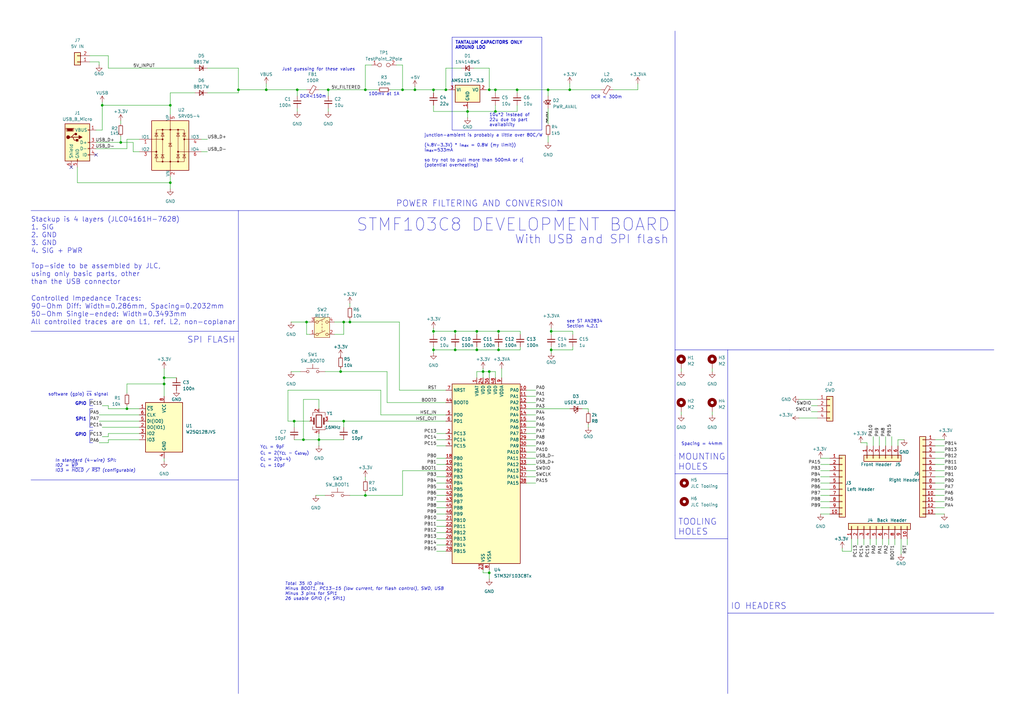
<source format=kicad_sch>
(kicad_sch (version 20231120) (generator "eeschema") (generator_version "8.0")
  (paper "A3")
  (title_block (title "STM32F103C8T6 Development Board with SPI Flash") (date "2024-02-23") (rev "1") (comment 1 "1.6mm FR4 BOARD WITH FOUR LAYERS (SIG-GND-GND-SIG/PWR) JLC04161H-7628") (comment 2 "ALL CAPACITORS MLCC AND 16V+ UNLESS OTHERWISE SPEC."))
  (lib_symbols
    (symbol "Connector:TestPoint_2Pole" (pin_names (offset 0.762) hide)
      (property "Reference" "TP" (at 0 1.524 0))
      (property "Value" "TestPoint_2Pole" (at 0 -1.778 0))
      (symbol "TestPoint_2Pole_0_1"
        (pin passive line (at -5.08 0 0) (length 2.54) (name "1") (number "1"))
        (pin passive line (at 5.08 0 180) (length 2.54) (name "2") (number "2"))
      )
    )
    (symbol "Connector:USB_B_Micro" (pin_names (offset 1.016))
      (property "Reference" "J" (at -5.08 11.43 0))
      (property "Value" "USB_B_Micro" (at -5.08 8.89 0))
      (symbol "USB_B_Micro_1_1"
        (pin power_out line (at 7.62 5.08 180) (length 2.54) (name "VBUS") (number "1"))
        (pin bidirectional line (at 7.62 -2.54 180) (length 2.54) (name "D-") (number "2"))
        (pin bidirectional line (at 7.62 0 180) (length 2.54) (name "D+") (number "3"))
        (pin passive line (at 7.62 -5.08 180) (length 2.54) (name "ID") (number "4"))
        (pin power_out line (at 0 -10.16 90) (length 2.54) (name "GND") (number "5"))
        (pin passive line (at -2.54 -10.16 90) (length 2.54) (name "Shield") (number "6"))
      )
    )
    (symbol "Connector_Generic:Conn_01x02" (pin_names (offset 1.016) hide)
      (property "Reference" "J" (at 0 2.54 0))
      (property "Value" "Conn_01x02" (at 0 -5.08 0))
      (symbol "Conn_01x02_1_1"
        (pin passive line (at -5.08 0 0) (length 3.81) (name "Pin_1") (number "1"))
        (pin passive line (at -5.08 -2.54 0) (length 3.81) (name "Pin_2") (number "2"))
      )
    )
    (symbol "Connector_Generic:Conn_01x04" (pin_names (offset 1.016) hide)
      (property "Reference" "J" (at 0 5.08 0))
      (property "Value" "Conn_01x04" (at 0 -7.62 0))
      (symbol "Conn_01x04_1_1"
        (pin passive line (at -5.08 2.54 0) (length 3.81) (name "Pin_1") (number "1"))
        (pin passive line (at -5.08 0 0) (length 3.81) (name "Pin_2") (number "2"))
        (pin passive line (at -5.08 -2.54 0) (length 3.81) (name "Pin_3") (number "3"))
        (pin passive line (at -5.08 -5.08 0) (length 3.81) (name "Pin_4") (number "4"))
      )
    )
    (symbol "Connector_Generic:Conn_01x06" (pin_names (offset 1.016) hide)
      (property "Reference" "J" (at 0 7.62 0))
      (property "Value" "Conn_01x06" (at 0 -10.16 0))
      (symbol "Conn_01x06_1_1"
        (pin passive line (at -5.08 5.08 0) (length 3.81) (name "Pin_1") (number "1"))
        (pin passive line (at -5.08 2.54 0) (length 3.81) (name "Pin_2") (number "2"))
        (pin passive line (at -5.08 0 0) (length 3.81) (name "Pin_3") (number "3"))
        (pin passive line (at -5.08 -2.54 0) (length 3.81) (name "Pin_4") (number "4"))
        (pin passive line (at -5.08 -5.08 0) (length 3.81) (name "Pin_5") (number "5"))
        (pin passive line (at -5.08 -7.62 0) (length 3.81) (name "Pin_6") (number "6"))
      )
    )
    (symbol "Connector_Generic:Conn_01x10" (pin_names (offset 1.016) hide)
      (property "Reference" "J" (at 0 12.7 0))
      (property "Value" "Conn_01x10" (at 0 -15.24 0))
      (symbol "Conn_01x10_1_1"
        (pin passive line (at -5.08 10.16 0) (length 3.81) (name "Pin_1") (number "1"))
        (pin passive line (at -5.08 -12.7 0) (length 3.81) (name "Pin_10") (number "10"))
        (pin passive line (at -5.08 7.62 0) (length 3.81) (name "Pin_2") (number "2"))
        (pin passive line (at -5.08 5.08 0) (length 3.81) (name "Pin_3") (number "3"))
        (pin passive line (at -5.08 2.54 0) (length 3.81) (name "Pin_4") (number "4"))
        (pin passive line (at -5.08 0 0) (length 3.81) (name "Pin_5") (number "5"))
        (pin passive line (at -5.08 -2.54 0) (length 3.81) (name "Pin_6") (number "6"))
        (pin passive line (at -5.08 -5.08 0) (length 3.81) (name "Pin_7") (number "7"))
        (pin passive line (at -5.08 -7.62 0) (length 3.81) (name "Pin_8") (number "8"))
        (pin passive line (at -5.08 -10.16 0) (length 3.81) (name "Pin_9") (number "9"))
      )
    )
    (symbol "Connector_Generic:Conn_01x13" (pin_names (offset 1.016) hide)
      (property "Reference" "J" (at 0 17.78 0))
      (property "Value" "Conn_01x13" (at 0 -17.78 0))
      (symbol "Conn_01x13_1_1"
        (pin passive line (at -5.08 15.24 0) (length 3.81) (name "Pin_1") (number "1"))
        (pin passive line (at -5.08 -7.62 0) (length 3.81) (name "Pin_10") (number "10"))
        (pin passive line (at -5.08 -10.16 0) (length 3.81) (name "Pin_11") (number "11"))
        (pin passive line (at -5.08 -12.7 0) (length 3.81) (name "Pin_12") (number "12"))
        (pin passive line (at -5.08 -15.24 0) (length 3.81) (name "Pin_13") (number "13"))
        (pin passive line (at -5.08 12.7 0) (length 3.81) (name "Pin_2") (number "2"))
        (pin passive line (at -5.08 10.16 0) (length 3.81) (name "Pin_3") (number "3"))
        (pin passive line (at -5.08 7.62 0) (length 3.81) (name "Pin_4") (number "4"))
        (pin passive line (at -5.08 5.08 0) (length 3.81) (name "Pin_5") (number "5"))
        (pin passive line (at -5.08 2.54 0) (length 3.81) (name "Pin_6") (number "6"))
        (pin passive line (at -5.08 0 0) (length 3.81) (name "Pin_7") (number "7"))
        (pin passive line (at -5.08 -2.54 0) (length 3.81) (name "Pin_8") (number "8"))
        (pin passive line (at -5.08 -5.08 0) (length 3.81) (name "Pin_9") (number "9"))
      )
    )
    (symbol "Device:C_Small" (pin_numbers hide) (pin_names (offset 0.254) hide)
      (property "Reference" "C" (at 0.254 1.778 0))
      (property "Value" "C_Small" (at 0.254 -2.032 0))
      (symbol "C_Small_1_1"
        (pin passive line (at 0 2.54 270) (length 2.032) (name "~") (number "1"))
        (pin passive line (at 0 -2.54 90) (length 2.032) (name "~") (number "2"))
      )
    )
    (symbol "Device:Crystal_GND24" (pin_names (offset 1.016) hide)
      (property "Reference" "Y" (at 3.175 5.08 0))
      (property "Value" "Crystal_GND24" (at 3.175 3.175 0))
      (symbol "Crystal_GND24_1_1"
        (pin passive line (at -3.81 0 0) (length 1.27) (name "1") (number "1"))
        (pin passive line (at 0 5.08 270) (length 1.27) (name "2") (number "2"))
        (pin passive line (at 3.81 0 180) (length 1.27) (name "3") (number "3"))
        (pin passive line (at 0 -5.08 90) (length 1.27) (name "4") (number "4"))
      )
    )
    (symbol "Device:D_Small" (pin_numbers hide) (pin_names (offset 0.254) hide)
      (property "Reference" "D" (at -1.27 2.032 0))
      (property "Value" "D_Small" (at -3.81 -2.032 0))
      (symbol "D_Small_1_1"
        (pin passive line (at -2.54 0 0) (length 1.778) (name "K") (number "1"))
        (pin passive line (at 2.54 0 180) (length 1.778) (name "A") (number "2"))
      )
    )
    (symbol "Device:FerriteBead_Small" (pin_numbers hide) (pin_names (offset 0))
      (property "Reference" "FB" (at 1.905 1.27 0))
      (property "Value" "FerriteBead_Small" (at 1.905 -1.27 0))
      (symbol "FerriteBead_Small_1_1"
        (pin passive line (at 0 2.54 270) (length 1.27) (name "~") (number "1"))
        (pin passive line (at 0 -2.54 90) (length 1.27) (name "~") (number "2"))
      )
    )
    (symbol "Device:LED_Small" (pin_numbers hide) (pin_names (offset 0.254) hide)
      (property "Reference" "D" (at -1.27 3.175 0))
      (property "Value" "LED_Small" (at -4.445 -2.54 0))
      (symbol "LED_Small_1_1"
        (pin passive line (at -2.54 0 0) (length 1.778) (name "K") (number "1"))
        (pin passive line (at 2.54 0 180) (length 1.778) (name "A") (number "2"))
      )
    )
    (symbol "Device:R_Small" (pin_numbers hide) (pin_names (offset 0.254) hide)
      (property "Reference" "R" (at 0.762 0.508 0))
      (property "Value" "R_Small" (at 0.762 -1.016 0))
      (symbol "R_Small_1_1"
        (pin passive line (at 0 2.54 270) (length 0.762) (name "~") (number "1"))
        (pin passive line (at 0 -2.54 90) (length 0.762) (name "~") (number "2"))
      )
    )
    (symbol "MCU_ST_STM32F1:STM32F103C8Tx"
      (property "Reference" "U" (at -12.7 39.37 0))
      (property "Value" "STM32F103C8Tx" (at 10.16 39.37 0))
      (symbol "STM32F103C8Tx_1_1"
        (pin power_in line (at -2.54 40.64 270) (length 2.54) (name "VBAT") (number "1"))
        (pin bidirectional line (at 17.78 35.56 180) (length 2.54) (name "PA0") (number "10"))
        (pin bidirectional line (at 17.78 33.02 180) (length 2.54) (name "PA1") (number "11"))
        (pin bidirectional line (at 17.78 30.48 180) (length 2.54) (name "PA2") (number "12"))
        (pin bidirectional line (at 17.78 27.94 180) (length 2.54) (name "PA3") (number "13"))
        (pin bidirectional line (at 17.78 25.4 180) (length 2.54) (name "PA4") (number "14"))
        (pin bidirectional line (at 17.78 22.86 180) (length 2.54) (name "PA5") (number "15"))
        (pin bidirectional line (at 17.78 20.32 180) (length 2.54) (name "PA6") (number "16"))
        (pin bidirectional line (at 17.78 17.78 180) (length 2.54) (name "PA7") (number "17"))
        (pin bidirectional line (at -15.24 7.62 0) (length 2.54) (name "PB0") (number "18"))
        (pin bidirectional line (at -15.24 5.08 0) (length 2.54) (name "PB1") (number "19"))
        (pin bidirectional line (at -15.24 17.78 0) (length 2.54) (name "PC13") (number "2"))
        (pin bidirectional line (at -15.24 2.54 0) (length 2.54) (name "PB2") (number "20"))
        (pin bidirectional line (at -15.24 -17.78 0) (length 2.54) (name "PB10") (number "21"))
        (pin bidirectional line (at -15.24 -20.32 0) (length 2.54) (name "PB11") (number "22"))
        (pin power_in line (at 0 -38.1 90) (length 2.54) (name "VSS") (number "23"))
        (pin power_in line (at 0 40.64 270) (length 2.54) (name "VDD") (number "24"))
        (pin bidirectional line (at -15.24 -22.86 0) (length 2.54) (name "PB12") (number "25"))
        (pin bidirectional line (at -15.24 -25.4 0) (length 2.54) (name "PB13") (number "26"))
        (pin bidirectional line (at -15.24 -27.94 0) (length 2.54) (name "PB14") (number "27"))
        (pin bidirectional line (at -15.24 -30.48 0) (length 2.54) (name "PB15") (number "28"))
        (pin bidirectional line (at 17.78 15.24 180) (length 2.54) (name "PA8") (number "29"))
        (pin bidirectional line (at -15.24 15.24 0) (length 2.54) (name "PC14") (number "3"))
        (pin bidirectional line (at 17.78 12.7 180) (length 2.54) (name "PA9") (number "30"))
        (pin bidirectional line (at 17.78 10.16 180) (length 2.54) (name "PA10") (number "31"))
        (pin bidirectional line (at 17.78 7.62 180) (length 2.54) (name "PA11") (number "32"))
        (pin bidirectional line (at 17.78 5.08 180) (length 2.54) (name "PA12") (number "33"))
        (pin bidirectional line (at 17.78 2.54 180) (length 2.54) (name "PA13") (number "34"))
        (pin passive line (at 0 -38.1 90) (length 2.54) hide (name "VSS") (number "35"))
        (pin power_in line (at 2.54 40.64 270) (length 2.54) (name "VDD") (number "36"))
        (pin bidirectional line (at 17.78 0 180) (length 2.54) (name "PA14") (number "37"))
        (pin bidirectional line (at 17.78 -2.54 180) (length 2.54) (name "PA15") (number "38"))
        (pin bidirectional line (at -15.24 0 0) (length 2.54) (name "PB3") (number "39"))
        (pin bidirectional line (at -15.24 12.7 0) (length 2.54) (name "PC15") (number "4"))
        (pin bidirectional line (at -15.24 -2.54 0) (length 2.54) (name "PB4") (number "40"))
        (pin bidirectional line (at -15.24 -5.08 0) (length 2.54) (name "PB5") (number "41"))
        (pin bidirectional line (at -15.24 -7.62 0) (length 2.54) (name "PB6") (number "42"))
        (pin bidirectional line (at -15.24 -10.16 0) (length 2.54) (name "PB7") (number "43"))
        (pin input line (at -15.24 30.48 0) (length 2.54) (name "BOOT0") (number "44"))
        (pin bidirectional line (at -15.24 -12.7 0) (length 2.54) (name "PB8") (number "45"))
        (pin bidirectional line (at -15.24 -15.24 0) (length 2.54) (name "PB9") (number "46"))
        (pin passive line (at 0 -38.1 90) (length 2.54) hide (name "VSS") (number "47"))
        (pin power_in line (at 5.08 40.64 270) (length 2.54) (name "VDD") (number "48"))
        (pin bidirectional line (at -15.24 25.4 0) (length 2.54) (name "PD0") (number "5"))
        (pin bidirectional line (at -15.24 22.86 0) (length 2.54) (name "PD1") (number "6"))
        (pin input line (at -15.24 35.56 0) (length 2.54) (name "NRST") (number "7"))
        (pin power_in line (at 2.54 -38.1 90) (length 2.54) (name "VSSA") (number "8"))
        (pin power_in line (at 7.62 40.64 270) (length 2.54) (name "VDDA") (number "9"))
      )
    )
    (symbol "Mechanical:MountingHole" (pin_names (offset 1.016))
      (property "Reference" "H" (at 0 5.08 0))
      (property "Value" "MountingHole" (at 0 3.175 0))
    )
    (symbol "Mechanical:MountingHole_Pad" (pin_numbers hide) (pin_names (offset 1.016) hide)
      (property "Reference" "H" (at 0 6.35 0))
      (property "Value" "MountingHole_Pad" (at 0 4.445 0))
      (symbol "MountingHole_Pad_1_1"
        (pin input line (at 0 -2.54 90) (length 2.54) (name "1") (number "1"))
      )
    )
    (symbol "Memory_Flash:W25Q128JVS"
      (property "Reference" "U" (at -8.89 8.89 0))
      (property "Value" "W25Q128JVS" (at 7.62 8.89 0))
      (symbol "W25Q128JVS_1_1"
        (pin input line (at -10.16 7.62 0) (length 2.54) (name "~{CS}") (number "1"))
        (pin bidirectional line (at -10.16 0 0) (length 2.54) (name "DO(IO1)") (number "2"))
        (pin bidirectional line (at -10.16 -2.54 0) (length 2.54) (name "IO2") (number "3"))
        (pin power_in line (at 0 -12.7 90) (length 2.54) (name "GND") (number "4"))
        (pin bidirectional line (at -10.16 2.54 0) (length 2.54) (name "DI(IO0)") (number "5"))
        (pin input line (at -10.16 5.08 0) (length 2.54) (name "CLK") (number "6"))
        (pin bidirectional line (at -10.16 -5.08 0) (length 2.54) (name "IO3") (number "7"))
        (pin power_in line (at 0 12.7 270) (length 2.54) (name "VCC") (number "8"))
      )
    )
    (symbol "Power_Protection:SRV05-4" (pin_names (offset 0))
      (property "Reference" "U" (at -5.08 11.43 0))
      (property "Value" "SRV05-4" (at 2.54 11.43 0))
      (symbol "SRV05-4_1_1"
        (pin passive line (at -12.7 2.54 0) (length 5.08) (name "IO1") (number "1"))
        (pin passive line (at 0 -12.7 90) (length 2.54) (name "VN") (number "2"))
        (pin passive line (at -12.7 -2.54 0) (length 5.08) (name "IO2") (number "3"))
        (pin passive line (at 12.7 2.54 180) (length 5.08) (name "IO3") (number "4"))
        (pin passive line (at 0 12.7 270) (length 2.54) (name "VP") (number "5"))
        (pin passive line (at 12.7 -2.54 180) (length 5.08) (name "IO4") (number "6"))
      )
    )
    (symbol "Regulator_Linear:AMS1117-3.3"
      (property "Reference" "U" (at -3.81 3.175 0))
      (property "Value" "AMS1117-3.3" (at 0 3.175 0))
      (symbol "AMS1117-3.3_1_1"
        (pin power_in line (at 0 -7.62 90) (length 2.54) (name "GND") (number "1"))
        (pin power_out line (at 7.62 0 180) (length 2.54) (name "VO") (number "2"))
        (pin power_in line (at -7.62 0 0) (length 2.54) (name "VI") (number "3"))
      )
    )
    (symbol "Switch:SW_DPST" (pin_names (offset 0) hide)
      (property "Reference" "SW" (at 0 6.35 0))
      (property "Value" "SW_DPST" (at 0 -5.08 0))
      (symbol "SW_DPST_1_1"
        (pin passive line (at -5.08 -2.54 0) (length 2.54) (name "1") (number "1"))
        (pin passive line (at 5.08 -2.54 180) (length 2.54) (name "2") (number "2"))
        (pin passive line (at -5.08 2.54 0) (length 2.54) (name "3") (number "3"))
        (pin passive line (at 5.08 2.54 180) (length 2.54) (name "4") (number "4"))
      )
    )
    (symbol "Switch:SW_Push" (pin_numbers hide) (pin_names (offset 1.016) hide)
      (property "Reference" "SW" (at 1.27 2.54 0))
      (property "Value" "SW_Push" (at 0 -1.524 0))
      (symbol "SW_Push_0_1"
        (pin passive line (at -5.08 0 0) (length 2.54) (name "1") (number "1"))
        (pin passive line (at 5.08 0 180) (length 2.54) (name "2") (number "2"))
      )
    )
    (symbol "VBUS_1" (power) (pin_numbers hide) (pin_names (offset 0) hide)
      (property "Value" "VBUS" (at 0 3.556 0))
      (symbol "VBUS_1_1_1"
        (pin power_in line (at 0 0 90) (length 0) (name "~") (number "1"))
      )
    )
    (symbol "power:+3.3V" (power) (pin_numbers hide) (pin_names (offset 0) hide)
      (property "Value" "+3.3V" (at 0 3.556 0))
      (symbol "+3.3V_1_1"
        (pin power_in line (at 0 0 90) (length 0) (name "~") (number "1"))
      )
    )
    (symbol "power:+3.3VA" (power) (pin_numbers hide) (pin_names (offset 0) hide)
      (property "Value" "+3.3VA" (at 0 3.556 0))
      (symbol "+3.3VA_1_1"
        (pin power_in line (at 0 0 90) (length 0) (name "~") (number "1"))
      )
    )
    (symbol "power:+5V" (power) (pin_numbers hide) (pin_names (offset 0) hide)
      (property "Value" "+5V" (at 0 3.556 0))
      (symbol "+5V_1_1"
        (pin power_in line (at 0 0 90) (length 0) (name "~") (number "1"))
      )
    )
    (symbol "power:GND" (power) (pin_numbers hide) (pin_names (offset 0) hide)
      (property "Value" "GND" (at 0 -3.81 0))
      (symbol "GND_1_1"
        (pin power_in line (at 0 0 270) (length 0) (name "~") (number "1"))
      )
    )
    (symbol "power:VBUS" (power) (pin_numbers hide) (pin_names (offset 0) hide)
      (property "Value" "VBUS" (at 0 3.556 0))
      (symbol "VBUS_1_1"
        (pin power_in line (at 0 0 90) (length 0) (name "~") (number "1"))
      )
    )
  )
  (junction (at 41.91 43.18))
  (junction (at 170.18 36.83))
  (junction (at 124.46 180.34))
  (junction (at 200.66 234.95))
  (junction (at 204.47 143.51))
  (junction (at 177.8 135.89))
  (junction (at 165.1 36.83))
  (junction (at 177.8 36.83))
  (junction (at 49.53 58.42))
  (junction (at 186.69 135.89))
  (junction (at 121.92 36.83))
  (junction (at 226.06 143.51))
  (junction (at 140.97 172.72))
  (junction (at 140.97 132.08))
  (junction (at 134.62 36.83))
  (junction (at 52.07 167.64))
  (junction (at 224.79 36.83))
  (junction (at 226.06 135.89))
  (junction (at 233.68 36.83))
  (junction (at 200.66 152.4))
  (junction (at 195.58 135.89))
  (junction (at 177.8 143.51))
  (junction (at 109.22 36.83))
  (junction (at 125.73 132.08))
  (junction (at 69.85 43.18))
  (junction (at 182.88 36.83))
  (junction (at 67.31 154.94))
  (junction (at 139.7 152.4))
  (junction (at 149.86 203.2))
  (junction (at 203.2 45.72))
  (junction (at 143.51 132.08))
  (junction (at 195.58 143.51))
  (junction (at 191.77 45.72))
  (junction (at 186.69 143.51))
  (junction (at 69.85 74.93))
  (junction (at 204.47 135.89))
  (junction (at 97.79 36.83))
  (junction (at 149.86 36.83))
  (junction (at 130.81 180.34))
  (junction (at 200.66 36.83))
  (junction (at 212.09 36.83))
  (junction (at 67.31 157.48))
  (junction (at 198.12 152.4))
  (junction (at 203.2 36.83))
  (junction (at 120.65 172.72))
  (no_connect (at 39.37 63.5))
  (no_connect (at 29.21 68.58))
  (polyline (pts (xy 12.7 86.36) (xy 97.79 86.36)))
  (wire (pts (xy 149.86 203.2) (xy 165.1 203.2)))
  (polyline (pts (xy 36.83 163.83) (xy 38.1 163.83)))
  (wire (pts (xy 203.2 36.83) (xy 212.09 36.83)))
  (wire (pts (xy 215.9 167.64) (xy 233.68 167.64)))
  (wire (pts (xy 191.77 45.72) (xy 191.77 48.26)))
  (wire (pts (xy 370.84 180.34) (xy 368.3 180.34)))
  (wire (pts (xy 212.09 45.72) (xy 203.2 45.72)))
  (wire (pts (xy 189.23 27.94) (xy 182.88 27.94)))
  (wire (pts (xy 200.66 36.83) (xy 199.39 36.83)))
  (wire (pts (xy 364.49 223.52) (xy 364.49 220.98)))
  (wire (pts (xy 179.07 218.44) (xy 182.88 218.44)))
  (wire (pts (xy 182.88 36.83) (xy 184.15 36.83)))
  (wire (pts (xy 195.58 135.89) (xy 204.47 135.89)))
  (polyline (pts (xy 276.86 143.51) (xy 276.86 86.36)))
  (wire (pts (xy 97.79 38.1) (xy 97.79 36.83)))
  (wire (pts (xy 41.91 43.18) (xy 41.91 53.34)))
  (wire (pts (xy 387.35 195.58) (xy 383.54 195.58)))
  (wire (pts (xy 224.79 44.45) (xy 224.79 50.8)))
  (wire (pts (xy 49.53 58.42) (xy 54.61 58.42)))
  (polyline (pts (xy 38.1 181.61) (xy 36.83 181.61)))
  (polyline (pts (xy 36.83 175.26) (xy 38.1 175.26)))
  (polyline (pts (xy 36.83 181.61) (xy 36.83 176.53)))
  (wire (pts (xy 345.44 226.06) (xy 349.25 226.06)))
  (wire (pts (xy 134.62 36.83) (xy 149.86 36.83)))
  (wire (pts (xy 226.06 143.51) (xy 226.06 142.24)))
  (wire (pts (xy 215.9 177.8) (xy 219.71 177.8)))
  (wire (pts (xy 82.55 57.15) (xy 85.09 57.15)))
  (wire (pts (xy 170.18 36.83) (xy 177.8 36.83)))
  (wire (pts (xy 177.8 143.51) (xy 186.69 143.51)))
  (polyline (pts (xy 12.7 196.85) (xy 97.79 196.85)))
  (wire (pts (xy 139.7 152.4) (xy 139.7 151.13)))
  (wire (pts (xy 200.66 234.95) (xy 200.66 237.49)))
  (wire (pts (xy 226.06 134.62) (xy 226.06 135.89)))
  (wire (pts (xy 372.11 220.98) (xy 372.11 223.52)))
  (wire (pts (xy 261.62 36.83) (xy 261.62 34.29)))
  (wire (pts (xy 367.03 220.98) (xy 367.03 223.52)))
  (wire (pts (xy 215.9 198.12) (xy 219.71 198.12)))
  (wire (pts (xy 177.8 38.1) (xy 177.8 36.83)))
  (wire (pts (xy 69.85 38.1) (xy 80.01 38.1)))
  (wire (pts (xy 67.31 187.96) (xy 67.31 189.23)))
  (wire (pts (xy 212.09 36.83) (xy 212.09 38.1)))
  (wire (pts (xy 335.28 171.45) (xy 327.66 171.45)))
  (wire (pts (xy 195.58 152.4) (xy 195.58 154.94)))
  (wire (pts (xy 130.81 180.34) (xy 124.46 180.34)))
  (wire (pts (xy 119.38 152.4) (xy 123.19 152.4)))
  (wire (pts (xy 279.4 168.91) (xy 279.4 170.18)))
  (wire (pts (xy 121.92 36.83) (xy 125.73 36.83)))
  (wire (pts (xy 177.8 135.89) (xy 186.69 135.89)))
  (wire (pts (xy 121.92 45.72) (xy 121.92 44.45)))
  (wire (pts (xy 194.31 27.94) (xy 200.66 27.94)))
  (wire (pts (xy 215.9 193.04) (xy 219.71 193.04)))
  (wire (pts (xy 177.8 144.78) (xy 177.8 143.51)))
  (wire (pts (xy 387.35 210.82) (xy 383.54 210.82)))
  (wire (pts (xy 241.3 173.99) (xy 241.3 175.26)))
  (wire (pts (xy 69.85 74.93) (xy 69.85 77.47)))
  (wire (pts (xy 213.36 137.16) (xy 213.36 135.89)))
  (wire (pts (xy 39.37 60.96) (xy 52.07 60.96)))
  (wire (pts (xy 234.95 135.89) (xy 234.95 137.16)))
  (wire (pts (xy 200.66 27.94) (xy 200.66 36.83)))
  (wire (pts (xy 179.07 215.9) (xy 182.88 215.9)))
  (wire (pts (xy 215.9 175.26) (xy 219.71 175.26)))
  (wire (pts (xy 41.91 166.37) (xy 44.45 166.37)))
  (wire (pts (xy 356.87 223.52) (xy 356.87 220.98)))
  (wire (pts (xy 336.55 193.04) (xy 340.36 193.04)))
  (wire (pts (xy 226.06 135.89) (xy 234.95 135.89)))
  (polyline (pts (xy 36.83 176.53) (xy 38.1 176.53)))
  (polyline (pts (xy 276.86 194.31) (xy 298.45 194.31)))
  (wire (pts (xy 359.41 223.52) (xy 359.41 220.98)))
  (wire (pts (xy 215.9 185.42) (xy 219.71 185.42)))
  (wire (pts (xy 241.3 167.64) (xy 241.3 168.91)))
  (wire (pts (xy 39.37 58.42) (xy 49.53 58.42)))
  (wire (pts (xy 204.47 135.89) (xy 213.36 135.89)))
  (wire (pts (xy 163.83 160.02) (xy 163.83 132.08)))
  (wire (pts (xy 44.45 181.61) (xy 44.45 180.34)))
  (wire (pts (xy 120.65 172.72) (xy 120.65 175.26)))
  (wire (pts (xy 336.55 203.2) (xy 340.36 203.2)))
  (wire (pts (xy 354.33 223.52) (xy 354.33 220.98)))
  (polyline (pts (xy 323.85 143.51) (xy 298.45 143.51)))
  (wire (pts (xy 251.46 36.83) (xy 261.62 36.83)))
  (wire (pts (xy 186.69 135.89) (xy 186.69 137.16)))
  (wire (pts (xy 67.31 157.48) (xy 67.31 162.56)))
  (wire (pts (xy 224.79 39.37) (xy 224.79 36.83)))
  (polyline (pts (xy 276.86 12.7) (xy 276.86 86.36)))
  (wire (pts (xy 205.74 151.13) (xy 205.74 154.94)))
  (wire (pts (xy 52.07 161.29) (xy 52.07 157.48)))
  (wire (pts (xy 369.57 227.33) (xy 369.57 220.98)))
  (wire (pts (xy 345.44 224.79) (xy 345.44 226.06)))
  (wire (pts (xy 179.07 220.98) (xy 182.88 220.98)))
  (wire (pts (xy 41.91 179.07) (xy 44.45 179.07)))
  (wire (pts (xy 292.1 151.13) (xy 292.1 152.4)))
  (wire (pts (xy 204.47 143.51) (xy 204.47 142.24)))
  (wire (pts (xy 179.07 226.06) (xy 182.88 226.06)))
  (wire (pts (xy 213.36 143.51) (xy 213.36 142.24)))
  (wire (pts (xy 109.22 34.29) (xy 109.22 36.83)))
  (wire (pts (xy 109.22 36.83) (xy 121.92 36.83)))
  (wire (pts (xy 204.47 135.89) (xy 204.47 137.16)))
  (wire (pts (xy 215.9 162.56) (xy 219.71 162.56)))
  (wire (pts (xy 41.91 175.26) (xy 57.15 175.26)))
  (wire (pts (xy 67.31 151.13) (xy 67.31 154.94)))
  (wire (pts (xy 69.85 43.18) (xy 69.85 38.1)))
  (wire (pts (xy 179.07 180.34) (xy 182.88 180.34)))
  (polyline (pts (xy 323.85 143.51) (xy 407.67 143.51)))
  (wire (pts (xy 134.62 172.72) (xy 140.97 172.72)))
  (wire (pts (xy 177.8 43.18) (xy 177.8 45.72)))
  (wire (pts (xy 139.7 152.4) (xy 158.75 152.4)))
  (wire (pts (xy 336.55 198.12) (xy 340.36 198.12)))
  (wire (pts (xy 179.07 205.74) (xy 182.88 205.74)))
  (wire (pts (xy 383.54 208.28) (xy 387.35 208.28)))
  (polyline (pts (xy 298.45 143.51) (xy 298.45 251.46)))
  (wire (pts (xy 179.07 203.2) (xy 182.88 203.2)))
  (wire (pts (xy 179.07 210.82) (xy 182.88 210.82)))
  (wire (pts (xy 163.83 160.02) (xy 182.88 160.02)))
  (wire (pts (xy 224.79 36.83) (xy 233.68 36.83)))
  (wire (pts (xy 179.07 190.5) (xy 182.88 190.5)))
  (wire (pts (xy 140.97 172.72) (xy 140.97 175.26)))
  (wire (pts (xy 336.55 208.28) (xy 340.36 208.28)))
  (wire (pts (xy 165.1 36.83) (xy 170.18 36.83)))
  (polyline (pts (xy 276.86 143.51) (xy 276.86 186.69)))
  (wire (pts (xy 165.1 193.04) (xy 182.88 193.04)))
  (wire (pts (xy 40.64 170.18) (xy 57.15 170.18)))
  (wire (pts (xy 31.75 74.93) (xy 69.85 74.93)))
  (wire (pts (xy 149.86 36.83) (xy 154.94 36.83)))
  (wire (pts (xy 353.06 181.61) (xy 355.6 181.61)))
  (wire (pts (xy 351.79 223.52) (xy 351.79 220.98)))
  (wire (pts (xy 121.92 39.37) (xy 121.92 36.83)))
  (wire (pts (xy 129.54 203.2) (xy 133.35 203.2)))
  (wire (pts (xy 52.07 167.64) (xy 52.07 166.37)))
  (wire (pts (xy 191.77 44.45) (xy 191.77 45.72)))
  (wire (pts (xy 200.66 36.83) (xy 203.2 36.83)))
  (wire (pts (xy 149.86 26.67) (xy 149.86 36.83)))
  (wire (pts (xy 162.56 26.67) (xy 165.1 26.67)))
  (wire (pts (xy 158.75 152.4) (xy 158.75 165.1)))
  (wire (pts (xy 179.07 198.12) (xy 182.88 198.12)))
  (wire (pts (xy 368.3 180.34) (xy 368.3 182.88)))
  (wire (pts (xy 179.07 208.28) (xy 182.88 208.28)))
  (wire (pts (xy 125.73 137.16) (xy 125.73 132.08)))
  (wire (pts (xy 133.35 152.4) (xy 139.7 152.4)))
  (wire (pts (xy 40.64 172.72) (xy 57.15 172.72)))
  (wire (pts (xy 179.07 195.58) (xy 182.88 195.58)))
  (wire (pts (xy 226.06 135.89) (xy 226.06 137.16)))
  (wire (pts (xy 383.54 185.42) (xy 387.35 185.42)))
  (wire (pts (xy 130.81 180.34) (xy 130.81 182.88)))
  (wire (pts (xy 182.88 27.94) (xy 182.88 36.83)))
  (wire (pts (xy 170.18 35.56) (xy 170.18 36.83)))
  (wire (pts (xy 52.07 57.15) (xy 52.07 60.96)))
  (wire (pts (xy 195.58 135.89) (xy 195.58 137.16)))
  (wire (pts (xy 215.9 170.18) (xy 219.71 170.18)))
  (wire (pts (xy 198.12 234.95) (xy 200.66 234.95)))
  (wire (pts (xy 387.35 190.5) (xy 383.54 190.5)))
  (wire (pts (xy 149.86 195.58) (xy 149.86 196.85)))
  (wire (pts (xy 212.09 43.18) (xy 212.09 45.72)))
  (polyline (pts (xy 298.45 284.48) (xy 298.45 251.46)))
  (wire (pts (xy 134.62 45.72) (xy 134.62 44.45)))
  (polyline (pts (xy 36.83 167.64) (xy 38.1 167.64)))
  (polyline (pts (xy 228.6 86.36) (xy 276.86 86.36)))
  (wire (pts (xy 40.64 25.4) (xy 36.83 25.4)))
  (wire (pts (xy 204.47 143.51) (xy 213.36 143.51)))
  (wire (pts (xy 200.66 152.4) (xy 200.66 154.94)))
  (wire (pts (xy 44.45 177.8) (xy 57.15 177.8)))
  (wire (pts (xy 143.51 124.46) (xy 143.51 125.73)))
  (polyline (pts (xy 298.45 143.51) (xy 276.86 143.51)))
  (polyline (pts (xy 97.79 135.89) (xy 97.79 86.36)))
  (wire (pts (xy 158.75 165.1) (xy 182.88 165.1)))
  (wire (pts (xy 177.8 134.62) (xy 177.8 135.89)))
  (wire (pts (xy 387.35 193.04) (xy 383.54 193.04)))
  (wire (pts (xy 140.97 132.08) (xy 143.51 132.08)))
  (wire (pts (xy 143.51 132.08) (xy 163.83 132.08)))
  (wire (pts (xy 44.45 167.64) (xy 44.45 166.37)))
  (wire (pts (xy 383.54 205.74) (xy 387.35 205.74)))
  (wire (pts (xy 85.09 27.94) (xy 97.79 27.94)))
  (wire (pts (xy 82.55 62.23) (xy 85.09 62.23)))
  (wire (pts (xy 365.76 179.07) (xy 365.76 182.88)))
  (wire (pts (xy 195.58 152.4) (xy 198.12 152.4)))
  (wire (pts (xy 215.9 160.02) (xy 219.71 160.02)))
  (wire (pts (xy 69.85 74.93) (xy 69.85 72.39)))
  (wire (pts (xy 215.9 172.72) (xy 219.71 172.72)))
  (wire (pts (xy 130.81 36.83) (xy 134.62 36.83)))
  (wire (pts (xy 118.11 160.02) (xy 118.11 172.72)))
  (wire (pts (xy 140.97 172.72) (xy 182.88 172.72)))
  (wire (pts (xy 124.46 180.34) (xy 124.46 163.83)))
  (wire (pts (xy 215.9 190.5) (xy 219.71 190.5)))
  (wire (pts (xy 140.97 132.08) (xy 140.97 137.16)))
  (wire (pts (xy 152.4 26.67) (xy 149.86 26.67)))
  (wire (pts (xy 336.55 205.74) (xy 340.36 205.74)))
  (wire (pts (xy 156.21 170.18) (xy 156.21 160.02)))
  (wire (pts (xy 215.9 180.34) (xy 219.71 180.34)))
  (wire (pts (xy 234.95 143.51) (xy 234.95 142.24)))
  (wire (pts (xy 177.8 142.24) (xy 177.8 143.51)))
  (wire (pts (xy 198.12 152.4) (xy 200.66 152.4)))
  (wire (pts (xy 198.12 151.13) (xy 198.12 152.4)))
  (polyline (pts (xy 97.79 86.36) (xy 276.86 86.36)))
  (wire (pts (xy 179.07 200.66) (xy 182.88 200.66)))
  (wire (pts (xy 179.07 213.36) (xy 182.88 213.36)))
  (wire (pts (xy 67.31 154.94) (xy 72.39 154.94)))
  (wire (pts (xy 233.68 34.29) (xy 233.68 36.83)))
  (wire (pts (xy 349.25 226.06) (xy 349.25 220.98)))
  (wire (pts (xy 224.79 58.42) (xy 224.79 55.88)))
  (polyline (pts (xy 276.86 186.69) (xy 276.86 194.31)))
  (wire (pts (xy 97.79 27.94) (xy 97.79 36.83)))
  (wire (pts (xy 120.65 180.34) (xy 124.46 180.34)))
  (wire (pts (xy 335.28 166.37) (xy 332.74 166.37)))
  (wire (pts (xy 186.69 143.51) (xy 195.58 143.51)))
  (wire (pts (xy 31.75 68.58) (xy 31.75 74.93)))
  (wire (pts (xy 69.85 43.18) (xy 69.85 46.99)))
  (polyline (pts (xy 298.45 251.46) (xy 407.67 251.46)))
  (wire (pts (xy 54.61 62.23) (xy 57.15 62.23)))
  (wire (pts (xy 226.06 144.78) (xy 226.06 143.51)))
  (wire (pts (xy 57.15 167.64) (xy 52.07 167.64)))
  (wire (pts (xy 179.07 182.88) (xy 182.88 182.88)))
  (wire (pts (xy 57.15 57.15) (xy 52.07 57.15)))
  (wire (pts (xy 195.58 143.51) (xy 195.58 142.24)))
  (wire (pts (xy 40.64 26.67) (xy 40.64 25.4)))
  (wire (pts (xy 130.81 177.8) (xy 130.81 180.34)))
  (wire (pts (xy 215.9 187.96) (xy 219.71 187.96)))
  (wire (pts (xy 387.35 198.12) (xy 383.54 198.12)))
  (polyline (pts (xy 38.1 166.37) (xy 36.83 166.37)))
  (wire (pts (xy 127 137.16) (xy 125.73 137.16)))
  (wire (pts (xy 186.69 142.24) (xy 186.69 143.51)))
  (wire (pts (xy 383.54 182.88) (xy 387.35 182.88)))
  (wire (pts (xy 177.8 135.89) (xy 177.8 137.16)))
  (wire (pts (xy 179.07 223.52) (xy 182.88 223.52)))
  (wire (pts (xy 54.61 58.42) (xy 54.61 62.23)))
  (wire (pts (xy 125.73 132.08) (xy 127 132.08)))
  (wire (pts (xy 238.76 167.64) (xy 241.3 167.64)))
  (wire (pts (xy 137.16 137.16) (xy 140.97 137.16)))
  (wire (pts (xy 358.14 179.07) (xy 358.14 182.88)))
  (wire (pts (xy 39.37 53.34) (xy 41.91 53.34)))
  (wire (pts (xy 119.38 132.08) (xy 125.73 132.08)))
  (wire (pts (xy 156.21 170.18) (xy 182.88 170.18)))
  (polyline (pts (xy 36.83 166.37) (xy 36.83 163.83)))
  (wire (pts (xy 134.62 39.37) (xy 134.62 36.83)))
  (polyline (pts (xy 276.86 194.31) (xy 276.86 220.98)))
  (wire (pts (xy 140.97 180.34) (xy 130.81 180.34)))
  (wire (pts (xy 85.09 38.1) (xy 97.79 38.1)))
  (wire (pts (xy 335.28 168.91) (xy 332.74 168.91)))
  (wire (pts (xy 156.21 160.02) (xy 118.11 160.02)))
  (wire (pts (xy 203.2 38.1) (xy 203.2 36.83)))
  (wire (pts (xy 52.07 157.48) (xy 67.31 157.48)))
  (wire (pts (xy 149.86 203.2) (xy 149.86 201.93)))
  (wire (pts (xy 195.58 143.51) (xy 204.47 143.51)))
  (wire (pts (xy 160.02 36.83) (xy 165.1 36.83)))
  (wire (pts (xy 44.45 167.64) (xy 52.07 167.64)))
  (wire (pts (xy 41.91 43.18) (xy 41.91 41.91)))
  (wire (pts (xy 44.45 180.34) (xy 57.15 180.34)))
  (wire (pts (xy 233.68 36.83) (xy 246.38 36.83)))
  (wire (pts (xy 383.54 203.2) (xy 387.35 203.2)))
  (wire (pts (xy 41.91 43.18) (xy 69.85 43.18)))
  (wire (pts (xy 165.1 193.04) (xy 165.1 203.2)))
  (wire (pts (xy 67.31 154.94) (xy 67.31 157.48)))
  (wire (pts (xy 335.28 163.83) (xy 327.66 163.83)))
  (wire (pts (xy 49.53 49.53) (xy 49.53 50.8)))
  (wire (pts (xy 124.46 163.83) (xy 130.81 163.83)))
  (wire (pts (xy 198.12 152.4) (xy 198.12 154.94)))
  (wire (pts (xy 279.4 151.13) (xy 279.4 152.4)))
  (wire (pts (xy 40.64 181.61) (xy 44.45 181.61)))
  (wire (pts (xy 383.54 180.34) (xy 387.35 180.34)))
  (wire (pts (xy 360.68 182.88) (xy 360.68 179.07)))
  (wire (pts (xy 336.55 195.58) (xy 340.36 195.58)))
  (wire (pts (xy 137.16 132.08) (xy 140.97 132.08)))
  (wire (pts (xy 80.01 27.94) (xy 44.45 27.94)))
  (wire (pts (xy 336.55 210.82) (xy 340.36 210.82)))
  (wire (pts (xy 165.1 26.67) (xy 165.1 36.83)))
  (polyline (pts (xy 97.79 135.89) (xy 97.79 284.48)))
  (wire (pts (xy 143.51 130.81) (xy 143.51 132.08)))
  (wire (pts (xy 44.45 22.86) (xy 44.45 27.94)))
  (wire (pts (xy 97.79 36.83) (xy 109.22 36.83)))
  (wire (pts (xy 177.8 45.72) (xy 191.77 45.72)))
  (wire (pts (xy 200.66 233.68) (xy 200.66 234.95)))
  (wire (pts (xy 143.51 203.2) (xy 149.86 203.2)))
  (wire (pts (xy 215.9 182.88) (xy 219.71 182.88)))
  (wire (pts (xy 177.8 36.83) (xy 182.88 36.83)))
  (wire (pts (xy 215.9 195.58) (xy 219.71 195.58)))
  (wire (pts (xy 203.2 43.18) (xy 203.2 45.72)))
  (wire (pts (xy 355.6 181.61) (xy 355.6 182.88)))
  (wire (pts (xy 383.54 200.66) (xy 387.35 200.66)))
  (wire (pts (xy 226.06 143.51) (xy 234.95 143.51)))
  (wire (pts (xy 200.66 152.4) (xy 203.2 152.4)))
  (wire (pts (xy 292.1 168.91) (xy 292.1 170.18)))
  (polyline (pts (xy 276.86 220.98) (xy 298.45 220.98)))
  (wire (pts (xy 340.36 187.96) (xy 336.55 187.96)))
  (wire (pts (xy 179.07 177.8) (xy 182.88 177.8)))
  (wire (pts (xy 212.09 36.83) (xy 224.79 36.83)))
  (wire (pts (xy 49.53 55.88) (xy 49.53 58.42)))
  (wire (pts (xy 203.2 152.4) (xy 203.2 154.94)))
  (wire (pts (xy 336.55 190.5) (xy 340.36 190.5)))
  (polyline (pts (xy 12.7 135.89) (xy 97.79 135.89)))
  (wire (pts (xy 336.55 200.66) (xy 340.36 200.66)))
  (wire (pts (xy 179.07 187.96) (xy 182.88 187.96)))
  (wire (pts (xy 198.12 233.68) (xy 198.12 234.95)))
  (wire (pts (xy 44.45 179.07) (xy 44.45 177.8)))
  (wire (pts (xy 191.77 45.72) (xy 203.2 45.72)))
  (wire (pts (xy 215.9 165.1) (xy 219.71 165.1)))
  (wire (pts (xy 130.81 163.83) (xy 130.81 167.64)))
  (wire (pts (xy 383.54 187.96) (xy 387.35 187.96)))
  (wire (pts (xy 118.11 172.72) (xy 120.65 172.72)))
  (wire (pts (xy 120.65 172.72) (xy 127 172.72)))
  (wire (pts (xy 186.69 135.89) (xy 195.58 135.89)))
  (wire (pts (xy 363.22 182.88) (xy 363.22 179.07)))
  (polyline (pts (xy 36.83 167.64) (xy 36.83 175.26)))
  (wire (pts (xy 361.95 223.52) (xy 361.95 220.98)))
  (wire (pts (xy 36.83 22.86) (xy 44.45 22.86)))
  (rectangle (start 185.42 15.24) (end 222.25 53.34))
  (text "MOUNTING\nHOLES" (at 278.13 193.04 0) (effects (font (size 2.54 2.54)) (justify left bottom)))
  (text "DCR<150m" (at 122.936 40.386 0) (effects (font (size 1.27 1.27)) (justify left bottom)))
  (text "DCR < 300m" (at 242.316 40.64 0) (effects (font (size 1.27 1.27)) (justify left bottom)))
  (text "Just guessing for these values" (at 115.57 29.21 0) (effects (font (size 1.27 1.27) (italic yes)) (justify left bottom)))
  (text "Stackup is 4 layers (JLC04161H-7628)\n1. SIG\n2. GND\n3. GND\n4. SIG + PWR" (at 12.7 104.14 0) (effects (font (size 2 2)) (justify left bottom)))
  (text "Y_{CL} = 9pF\n" (at 106.68 184.15 0) (effects (font (size 1.27 1.27)) (justify left bottom)))
  (text "100mV at 1A" (at 151.13 39.37 0) (effects (font (size 1.27 1.27)) (justify left bottom)))
  (text "GPIO" (at 35.56 179.07 0) (effects (font (size 1.27 1.27) (thickness 0.254) (bold yes)) (justify right bottom)))
  (text "10u*2 instead of\n22u due to part\navailability" (at 200.66 52.07 0) (effects (font (size 1.27 1.27)) (justify left bottom)))
  (text "POWER FILTERING AND CONVERSION" (at 231.14 85.09 0) (effects (font (size 2.54 2.54)) (justify right bottom)))
  (text "C_{L} = 2(9-4)" (at 106.68 189.23 0) (effects (font (size 1.27 1.27)) (justify left bottom)))
  (text "SPI FLASH" (at 96.52 140.97 0) (effects (font (size 2.54 2.54)) (justify right bottom)))
  (text "software (gpio) ~{cs} signal" (at 44.45 162.56 0) (effects (font (size 1.27 1.27)) (justify right bottom)))
  (text "Top-side to be assembled by JLC,\nusing only basic parts, other\nthan the USB connector" (at 12.7 116.84 0) (effects (font (size 2 2)) (justify left bottom)))
  (text "junction-ambient is probably a little over 80C/W\n\n(4.8V-3.3V) * I_{max} = 0.8W (my limit))\nI_{max}=533mA\n\nso try not to pull more than 500mA or :(\n(potential overheating)\n" (at 173.99 68.58 0) (effects (font (size 1.27 1.27)) (justify left bottom)))
  (text "TOOLING\nHOLES" (at 278.13 219.71 0) (effects (font (size 2.54 2.54)) (justify left bottom)))
  (text "STMF103C8 DEVELOPMENT BOARD\n" (at 146.05 95.25 0) (effects (font (size 5.08 5.08)) (justify left bottom)))
  (text "GPIO" (at 35.56 166.37 0) (effects (font (size 1.27 1.27) (thickness 0.254) (bold yes)) (justify right bottom)))
  (text "In standard (4-wire) SPI:\nI02 = ~{WP}\nIO3 = ~{HOLD} / ~{RST} (configurable)" (at 22.606 193.802 0) (effects (font (size 1.27 1.27) (italic yes)) (justify left bottom)))
  (text "With USB and SPI flash" (at 274.32 100.33 0) (effects (font (size 3.5 3.5)) (justify right bottom)))
  (text "C_{L} = 10pF" (at 106.68 191.77 0) (effects (font (size 1.27 1.27)) (justify left bottom)))
  (text "Total 35 IO pins\nMinus BOOT1, PC13-15 (low current, for flash control), SWD, USB\nMinus 3 pins for SPI1\n26 usable GPIO (+ SPI1)\n" (at 116.84 246.38 0) (effects (font (size 1.27 1.27) (italic yes)) (justify left bottom)))
  (text "Controlled Impedance Traces:\n90-Ohm Diff: Width=0.286mm, Spacing=0.2032mm\n50-Ohm Single-ended: Width=0.3493mm\nAll controlled traces are on L1, ref. L2, non-coplanar" (at 12.7 133.35 0) (effects (font (size 2 2)) (justify left bottom)))
  (text "C_{L} = 2(Y_{CL} - C_{stray})" (at 106.68 186.69 0) (effects (font (size 1.27 1.27)) (justify left bottom)))
  (text "TANTALUM CAPACITORS ONLY\nAROUND LDO" (at 186.69 20.32 0) (effects (font (size 1.27 1.27) (thickness 0.254) (bold yes)) (justify left bottom)))
  (text "IO HEADERS\n" (at 299.72 250.19 0) (effects (font (size 2.54 2.54)) (justify left bottom)))
  (text "SPI1" (at 35.56 172.72 0) (effects (font (size 1.27 1.27) (thickness 0.254) (bold yes)) (justify right bottom)))
  (text "Spacing = 44mm" (at 279.4 182.88 0) (effects (font (size 1.27 1.27)) (justify left bottom)))
  (text "see ST AN2834\nSection 4.2.1" (at 232.41 134.62 0) (effects (font (size 1.27 1.27)) (justify left bottom)))
  (label "PA0" (at 219.71 160.02 0))
  (label "PB9" (at 336.55 208.28 180))
  (label "PA3" (at 219.71 167.64 0))
  (label "HSE_IN" (at 179.07 170.18 180))
  (label "PC13" (at 41.91 179.07 180))
  (label "PA7" (at 387.35 200.66 0))
  (label "PB12" (at 179.07 218.44 180))
  (label "PC15" (at 41.91 166.37 180))
  (label "PA0" (at 359.41 223.52 270))
  (label "RST" (at 179.07 160.02 180))
  (label "PB1" (at 387.35 195.58 0))
  (label "PA6" (at 219.71 175.26 0))
  (label "PA1" (at 361.95 223.52 270))
  (label "BOOT1" (at 367.03 223.52 270))
  (label "USB_D+" (at 219.71 190.5 0))
  (label "SWDIO" (at 332.74 166.37 180))
  (label "5V_INPUT" (at 54.61 27.94 0))
  (label "BOOT1" (at 179.07 193.04 180))
  (label "RST" (at 372.11 223.52 270))
  (label "PC13" (at 351.79 223.52 270))
  (label "USB_D+" (at 46.99 58.42 180))
  (label "BOOT0" (at 179.07 165.1 180))
  (label "PC14" (at 179.07 180.34 180))
  (label "SWDIO" (at 219.71 193.04 0))
  (label "PB14" (at 387.35 182.88 0))
  (label "PA8" (at 219.71 180.34 0))
  (label "PB6" (at 179.07 203.2 180))
  (label "PA9" (at 219.71 182.88 0))
  (label "USB_D+" (at 85.09 57.15 0))
  (label "PB3" (at 336.55 193.04 180))
  (label "PB1" (at 179.07 190.5 180))
  (label "PA2" (at 219.71 165.1 0))
  (label "PB14" (at 179.07 223.52 180))
  (label "PB12" (at 387.35 187.96 0))
  (label "PA15" (at 336.55 190.5 180))
  (label "PB0" (at 387.35 198.12 0))
  (label "PC13" (at 179.07 177.8 180))
  (label "PA10" (at 219.71 185.42 0))
  (label "PB13" (at 179.07 220.98 180))
  (label "PA4" (at 219.71 170.18 0))
  (label "PB11" (at 179.07 215.9 180))
  (label "PA1" (at 219.71 162.56 0))
  (label "PB0" (at 179.07 187.96 180))
  (label "PA2" (at 364.49 223.52 270))
  (label "PB15" (at 179.07 226.06 180))
  (label "PA10" (at 358.14 179.07 90))
  (label "SWCLK" (at 332.74 168.91 180))
  (label "PC15" (at 179.07 182.88 180))
  (label "PA5" (at 387.35 205.74 0))
  (label "HSE_OUT" (at 179.07 172.72 180))
  (label "PC14" (at 354.33 223.52 270))
  (label "PA4" (at 387.35 208.28 0))
  (label "PB15" (at 365.76 179.07 90))
  (label "PB10" (at 387.35 193.04 0))
  (label "PB8" (at 336.55 205.74 180))
  (label "PB5" (at 336.55 198.12 180))
  (label "PA7" (at 40.64 172.72 180))
  (label "PB10" (at 179.07 213.36 180))
  (label "PA9" (at 360.68 179.07 90))
  (label "PC15" (at 356.87 223.52 270))
  (label "PA6" (at 40.64 181.61 180))
  (label "USB_D-" (at 219.71 187.96 0))
  (label "PA5" (at 219.71 172.72 0))
  (label "USB_D-" (at 85.09 62.23 0))
  (label "PB4" (at 179.07 198.12 180))
  (label "PA8" (at 363.22 179.07 90))
  (label "PB5" (at 179.07 200.66 180))
  (label "PB4" (at 336.55 195.58 180))
  (label "PB3" (at 179.07 195.58 180))
  (label "PA15" (at 219.71 198.12 0))
  (label "PB9" (at 179.07 210.82 180))
  (label "SWCLK" (at 219.71 195.58 0))
  (label "PWR_LED_K" (at 224.79 45.72 270) (effects (font (size 0.54 0.54))))
  (label "PB7" (at 336.55 203.2 180))
  (label "PB11" (at 387.35 190.5 0))
  (label "PC14" (at 41.91 175.26 180))
  (label "PB7" (at 179.07 205.74 180))
  (label "PB13" (at 387.35 185.42 0))
  (label "PB8" (at 179.07 208.28 180))
  (label "PA6" (at 387.35 203.2 0))
  (label "PA7" (at 219.71 177.8 0))
  (label "PA5" (at 40.64 170.18 180))
  (label "USB_D-" (at 46.99 60.96 180))
  (label "PB6" (at 336.55 200.66 180))
  (label "5V_FILTERED" (at 135.89 36.83 0))
  (symbol (lib_id "power:+3.3V") (at 143.51 124.46 0) (unit 1)
    (property "Reference" "#PWR020" (effects (hide yes)))
    (property "Value" "+3.3V" (at 143.51 120.65 0))
    (property "Description" "Power symbol creates a global label with name \"+3.3V\"" (effects (hide yes)))
  )
  (symbol (lib_id "Device:C_Small") (at 177.8 139.7 0) (unit 1)
    (property "Reference" "C9" (at 180.34 139.0713 0) (effects (justify left)))
    (property "Value" "10u" (at 180.34 141.6113 0) (effects (justify left)))
    (property "Footprint" "Capacitor_SMD:C_0603_1608Metric" (effects (hide yes)))
    (property "MPN" "C19702" (effects (hide yes)))
  )
  (symbol (lib_id "power:+3.3V") (at 345.44 224.79 0) (mirror y) (unit 1)
    (property "Reference" "#PWR053" (effects (hide yes)))
    (property "Value" "+3.3V" (at 347.98 220.98 0) (effects (justify left)))
    (property "Description" "Power symbol creates a global label with name \"+3.3V\"" (effects (hide yes)))
  )
  (symbol (lib_id "Device:R_Small") (at 143.51 128.27 0) (unit 1)
    (property "Reference" "R6" (at 144.78 127 0) (effects (justify left)))
    (property "Value" "10k" (at 144.78 129.54 0) (effects (justify left)))
    (property "Footprint" "Resistor_SMD:R_0402_1005Metric" (effects (hide yes)))
    (property "MPN" "C25744" (effects (hide yes)))
  )
  (symbol (lib_id "Device:C_Small") (at 213.36 139.7 0) (unit 1)
    (property "Reference" "C13" (at 215.9 139.0713 0) (effects (justify left)))
    (property "Value" "100n" (at 215.9 141.6113 0) (effects (justify left)))
    (property "Footprint" "Capacitor_SMD:C_0402_1005Metric" (effects (hide yes)))
    (property "MPN" "C1525" (effects (hide yes)))
  )
  (symbol (lib_id "Mechanical:MountingHole_Pad") (at 292.1 166.37 0) (unit 1) (in_bom no)
    (property "Reference" "H4" (at 294.64 164.465 0) (effects (justify left)))
    (property "Value" "M2" (at 294.64 167.005 0) (effects (justify left)))
    (property "Footprint" "MountingHole:MountingHole_2.2mm_M2_Pad" (effects (hide yes)))
  )
  (symbol (lib_id "Connector:TestPoint_2Pole") (at 157.48 26.67 0) (unit 1) (in_bom no)
    (property "Reference" "TP1" (at 157.48 21.59 0))
    (property "Value" "TestPoint_2Pole" (at 157.48 24.13 0))
    (property "Footprint" "TestPoint:TestPoint_2Pads_Pitch2.54mm_Drill0.8mm" (effects (hide yes)))
  )
  (symbol (lib_id "power:+3.3V") (at 336.55 187.96 0) (mirror y) (unit 1)
    (property "Reference" "#PWR049" (effects (hide yes)))
    (property "Value" "+3.3V" (at 339.09 184.15 0) (effects (justify left)))
    (property "Description" "Power symbol creates a global label with name \"+3.3V\"" (effects (hide yes)))
  )
  (symbol (lib_id "power:GND") (at 119.38 132.08 0) (unit 1)
    (property "Reference" "#PWR013" (effects (hide yes)))
    (property "Value" "GND" (at 119.38 137.16 0))
    (property "Description" "Power symbol creates a global label with name \"GND\" , ground" (effects (hide yes)))
  )
  (symbol (lib_id "power:GND") (at 327.66 163.83 270) (mirror x) (unit 1)
    (property "Reference" "#PWR051" (effects (hide yes)))
    (property "Value" "GND" (at 324.485 163.83 90) (effects (justify right)))
    (property "Description" "Power symbol creates a global label with name \"GND\" , ground" (effects (hide yes)))
  )
  (symbol (lib_id "Connector:USB_B_Micro") (at 31.75 58.42 0) (unit 1)
    (property "Reference" "J1" (at 31.75 46.355 0))
    (property "Value" "USB_B_Micro" (at 31.75 48.895 0))
    (property "Footprint" "snapmagic_10118194-0001LF:AMPHENOL_10118194-0001LF" (effects (hide yes)))
    (property "MPN" "C132562" (effects (hide yes)))
  )
  (symbol (lib_id "Connector_Generic:Conn_01x10") (at 345.44 198.12 0) (unit 1) (in_bom no)
    (property "Reference" "J3" (at 347.98 198.12 0))
    (property "Value" "Left Header" (at 353.06 200.66 0))
    (property "Footprint" "Connector_PinHeader_2.54mm:PinHeader_1x10_P2.54mm_Vertical" (effects (hide yes)))
    (property "Description" "Generic connector, single row, 01x10, script generated (kicad-library-utils/schlib/autogen/connector/)" (effects (hide yes)))
  )
  (symbol (lib_id "power:+3.3VA") (at 205.74 151.13 0) (unit 1)
    (property "Reference" "#PWR033" (effects (hide yes)))
    (property "Value" "+3.3VA" (at 205.74 147.32 0))
    (property "Description" "Power symbol creates a global label with name \"+3.3VA\"" (effects (hide yes)))
  )
  (symbol (lib_id "Device:C_Small") (at 72.39 157.48 0) (unit 1)
    (property "Reference" "C3" (at 74.93 156.8513 0) (effects (justify left)))
    (property "Value" "100n" (at 74.93 159.3913 0) (effects (justify left)))
    (property "Footprint" "Capacitor_SMD:C_0402_1005Metric" (effects (hide yes)))
    (property "MPN" "C1525" (effects (hide yes)))
  )
  (symbol (lib_id "Device:R_Small") (at 241.3 171.45 0) (mirror x) (unit 1)
    (property "Reference" "R8" (at 242.57 172.72 0) (effects (justify left)))
    (property "Value" "2k" (at 242.57 170.18 0) (effects (justify left)))
    (property "Footprint" "Resistor_SMD:R_0402_1005Metric" (effects (hide yes)))
    (property "MPN" "C4109" (effects (hide yes)))
  )
  (symbol (lib_id "power:GND") (at 370.84 180.34 0) (mirror y) (unit 1)
    (property "Reference" "#PWR056" (effects (hide yes)))
    (property "Value" "GND" (at 370.84 185.42 0))
    (property "Description" "Power symbol creates a global label with name \"GND\" , ground" (effects (hide yes)))
  )
  (symbol (lib_id "power:GND") (at 69.85 77.47 0) (unit 1)
    (property "Reference" "#PWR010" (effects (hide yes)))
    (property "Value" "GND" (at 69.85 82.55 0))
    (property "Description" "Power symbol creates a global label with name \"GND\" , ground" (effects (hide yes)))
  )
  (symbol (lib_id "Device:C_Small") (at 177.8 40.64 0) (unit 1)
    (property "Reference" "C4" (at 180.34 40.005 0) (effects (justify left)))
    (property "Value" "22u" (at 180.34 42.545 0) (effects (justify left)))
    (property "Footprint" "Capacitor_SMD:C_0603_1608Metric" (effects (hide yes)))
    (property "MPN" "C59461" (effects (hide yes)))
  )
  (symbol (lib_id "power:GND") (at 67.31 189.23 0) (unit 1)
    (property "Reference" "#PWR07" (effects (hide yes)))
    (property "Value" "GND" (at 67.31 194.31 0))
    (property "Description" "Power symbol creates a global label with name \"GND\" , ground" (effects (hide yes)))
  )
  (symbol (lib_id "Connector_Generic:Conn_01x04") (at 340.36 166.37 0) (unit 1) (in_bom no)
    (property "Reference" "J2" (at 340.36 157.48 0))
    (property "Value" "SWD" (at 340.36 160.02 0))
    (property "Footprint" "Connector_PinHeader_2.54mm:PinHeader_1x04_P2.54mm_Vertical" (effects (hide yes)))
    (property "Description" "Generic connector, single row, 01x04, script generated (kicad-library-utils/schlib/autogen/connector/)" (effects (hide yes)))
  )
  (symbol (lib_id "Switch:SW_DPST") (at 132.08 134.62 0) (unit 1) (in_bom no)
    (property "Reference" "SW2" (at 132.08 127 0))
    (property "Value" "RESET" (at 132.08 129.54 0))
    (property "Footprint" "custom_fp:3x4x2mm Switch" (effects (hide yes)))
    (property "Description" "Double Pole Single Throw (DPST) Switch" (effects (hide yes)))
  )
  (symbol (lib_id "Device:C_Small") (at 186.69 139.7 0) (unit 1)
    (property "Reference" "C10" (at 189.23 139.0713 0) (effects (justify left)))
    (property "Value" "100n" (at 189.23 141.6113 0) (effects (justify left)))
    (property "Footprint" "Capacitor_SMD:C_0402_1005Metric" (effects (hide yes)))
    (property "MPN" "C1525" (effects (hide yes)))
  )
  (symbol (lib_id "Regulator_Linear:AMS1117-3.3") (at 191.77 36.83 0) (unit 1)
    (property "Reference" "U3" (at 191.77 30.48 0))
    (property "Value" "AMS1117-3.3" (at 191.77 33.02 0))
    (property "Footprint" "Package_TO_SOT_SMD:SOT-223-3_TabPin2" (effects (hide yes)))
    (property "Datasheet" "http://www.advanced-monolithic.com/pdf/ds1117.pdf" (effects (hide yes)))
    (property "MPN" "C6186" (effects (hide yes)))
  )
  (symbol (lib_id "power:GND") (at 292.1 170.18 0) (unit 1)
    (property "Reference" "#PWR048" (effects (hide yes)))
    (property "Value" "GND" (at 292.1 175.26 0))
    (property "Description" "Power symbol creates a global label with name \"GND\" , ground" (effects (hide yes)))
  )
  (symbol (lib_id "power:GND") (at 279.4 152.4 0) (unit 1)
    (property "Reference" "#PWR045" (effects (hide yes)))
    (property "Value" "GND" (at 279.4 157.48 0))
    (property "Description" "Power symbol creates a global label with name \"GND\" , ground" (effects (hide yes)))
  )
  (symbol (lib_id "Device:C_Small") (at 226.06 139.7 0) (unit 1)
    (property "Reference" "C14" (at 228.6 139.0713 0) (effects (justify left)))
    (property "Value" "10n" (at 228.6 141.6113 0) (effects (justify left)))
    (property "Footprint" "Capacitor_SMD:C_0402_1005Metric" (effects (hide yes)))
    (property "MPN" "C15195" (effects (hide yes)))
  )
  (symbol (lib_id "Device:FerriteBead_Small") (at 128.27 36.83 90) (unit 1)
    (property "Reference" "FB1" (at 128.2319 30.48 90))
    (property "Value" "100R" (at 128.2319 33.02 90))
    (property "Footprint" "Inductor_SMD:L_0805_2012Metric_Pad1.05x1.20mm_HandSolder" (effects (hide yes)))
    (property "Description" "Ferrite bead, small symbol" (effects (hide yes)))
    (property "MPN" "C1015" (effects (hide yes)))
  )
  (symbol (lib_id "Switch:SW_Push") (at 128.27 152.4 0) (unit 1) (in_bom no)
    (property "Reference" "SW1" (at 128.27 145.415 0))
    (property "Value" "SW_BOOT0" (at 128.27 147.955 0))
    (property "Footprint" "custom_fp:3x4x2mm Switch" (effects (hide yes)))
  )
  (symbol (lib_id "power:+3.3V") (at 149.86 195.58 0) (unit 1)
    (property "Reference" "#PWR021" (effects (hide yes)))
    (property "Value" "+3.3V" (at 149.86 191.77 0))
    (property "Description" "Power symbol creates a global label with name \"+3.3V\"" (effects (hide yes)))
  )
  (symbol (lib_id "power:+3.3V") (at 49.53 49.53 0) (mirror y) (unit 1)
    (property "Reference" "#PWR05" (effects (hide yes)))
    (property "Value" "+3.3V" (at 49.53 45.72 0))
    (property "Description" "Power symbol creates a global label with name \"+3.3V\"" (effects (hide yes)))
  )
  (symbol (lib_id "power:GND") (at 40.64 26.67 0) (mirror y) (unit 1)
    (property "Reference" "#PWR060" (effects (hide yes)))
    (property "Value" "GND" (at 40.64 30.226 0))
    (property "Description" "Power symbol creates a global label with name \"GND\" , ground" (effects (hide yes)))
  )
  (symbol (lib_id "Device:R_Small") (at 224.79 53.34 0) (unit 1)
    (property "Reference" "R4" (at 226.06 52.07 0) (effects (justify left)))
    (property "Value" "1k5" (at 226.06 54.61 0) (effects (justify left)))
    (property "Footprint" "Resistor_SMD:R_0402_1005Metric" (effects (hide yes)))
    (property "MPN" "C25867" (effects (hide yes)))
  )
  (symbol (lib_id "power:GND") (at 130.81 182.88 0) (unit 1)
    (property "Reference" "#PWR016" (effects (hide yes)))
    (property "Value" "GND" (at 130.81 187.96 0))
    (property "Description" "Power symbol creates a global label with name \"GND\" , ground" (effects (hide yes)))
  )
  (symbol (lib_id "power:GND") (at 119.38 152.4 0) (unit 1)
    (property "Reference" "#PWR014" (effects (hide yes)))
    (property "Value" "GND" (at 119.38 157.48 0))
    (property "Description" "Power symbol creates a global label with name \"GND\" , ground" (effects (hide yes)))
  )
  (symbol (lib_id "Mechanical:MountingHole_Pad") (at 292.1 148.59 0) (unit 1) (in_bom no)
    (property "Reference" "H3" (at 294.64 146.685 0) (effects (justify left)))
    (property "Value" "M2" (at 294.64 149.225 0) (effects (justify left)))
    (property "Footprint" "MountingHole:MountingHole_2.2mm_M2_Pad" (effects (hide yes)))
  )
  (symbol (lib_id "Device:LED_Small") (at 236.22 167.64 180) (unit 1)
    (property "Reference" "D3" (at 236.1565 162.56 0))
    (property "Value" "USER_LED" (at 236.1565 165.1 0))
    (property "Footprint" "LED_SMD:LED_0603_1608Metric" (effects (hide yes)))
    (property "MPN" "C72038" (effects (hide yes)))
  )
  (symbol (lib_id "Device:C_Small") (at 234.95 139.7 0) (unit 1)
    (property "Reference" "C15" (at 237.49 139.0713 0) (effects (justify left)))
    (property "Value" "1u" (at 237.49 141.6113 0) (effects (justify left)))
    (property "Footprint" "Capacitor_SMD:C_0402_1005Metric" (effects (hide yes)))
    (property "MPN" "C52923" (effects (hide yes)))
  )
  (symbol (lib_id "power:+3.3VA") (at 261.62 34.29 0) (unit 1)
    (property "Reference" "#PWR022" (effects (hide yes)))
    (property "Value" "+3.3VA" (at 261.62 30.48 0))
    (property "Description" "Power symbol creates a global label with name \"+3.3VA\"" (effects (hide yes)))
  )
  (symbol (lib_id "Device:C_Small") (at 140.97 177.8 0) (mirror y) (unit 1)
    (property "Reference" "C8" (at 144.145 177.1713 0) (effects (justify right)))
    (property "Value" "10pF" (at 144.145 179.7113 0) (effects (justify right)))
    (property "Footprint" "Capacitor_SMD:C_0402_1005Metric" (effects (hide yes)))
    (property "MPN" "C32949" (effects (hide yes)))
  )
  (symbol (lib_id "Connector_Generic:Conn_01x10") (at 359.41 215.9 90) (unit 1) (in_bom no)
    (property "Reference" "J4" (at 356.87 213.36 90))
    (property "Value" "Back Header" (at 365.76 213.36 90))
    (property "Footprint" "Connector_PinHeader_2.54mm:PinHeader_1x10_P2.54mm_Vertical" (effects (hide yes)))
    (property "Description" "Generic connector, single row, 01x10, script generated (kicad-library-utils/schlib/autogen/connector/)" (effects (hide yes)))
  )
  (symbol (lib_id "power:GND") (at 129.54 203.2 0) (unit 1)
    (property "Reference" "#PWR015" (effects (hide yes)))
    (property "Value" "GND" (at 129.54 208.28 0))
    (property "Description" "Power symbol creates a global label with name \"GND\" , ground" (effects (hide yes)))
  )
  (symbol (lib_id "power:GND") (at 279.4 170.18 0) (unit 1)
    (property "Reference" "#PWR046" (effects (hide yes)))
    (property "Value" "GND" (at 279.4 175.26 0))
    (property "Description" "Power symbol creates a global label with name \"GND\" , ground" (effects (hide yes)))
  )
  (symbol (lib_id "Connector_Generic:Conn_01x06") (at 360.68 187.96 90) (mirror x) (unit 1) (in_bom no)
    (property "Reference" "J5" (at 368.3 190.5 90))
    (property "Value" "Front Header" (at 359.41 190.5 90))
    (property "Footprint" "Connector_PinHeader_2.54mm:PinHeader_1x06_P2.54mm_Vertical" (effects (hide yes)))
    (property "Description" "Generic connector, single row, 01x06, script generated (kicad-library-utils/schlib/autogen/connector/)" (effects (hide yes)))
  )
  (symbol (lib_id "Device:R_Small") (at 49.53 53.34 0) (mirror x) (unit 1)
    (property "Reference" "R2" (at 46.99 52.705 0))
    (property "Value" "1k5" (at 46.99 54.61 0))
    (property "Footprint" "Resistor_SMD:R_0402_1005Metric" (effects (hide yes)))
    (property "MPN" "C25867" (effects (hide yes)))
  )
  (symbol (lib_id "Mechanical:MountingHole") (at 280.67 198.12 0) (unit 1) (in_bom no)
    (property "Reference" "H5" (at 283.21 196.8499 0) (effects (justify left)))
    (property "Value" "JLC Tooling" (at 283.21 199.3899 0) (effects (justify left)))
    (property "Footprint" "custom_fp:JLCPCB Tooling Hole" (effects (hide yes)))
    (property "Description" "Mounting Hole without connection" (effects (hide yes)))
  )
  (symbol (lib_id "Device:D_Small") (at 191.77 27.94 0) (unit 1)
    (property "Reference" "D1" (at 191.77 22.86 0))
    (property "Value" "1N4148WS" (at 191.77 25.4 0))
    (property "Footprint" "Diode_SMD:D_SOD-323" (effects (hide yes)))
    (property "MPN" "C2128" (effects (hide yes)))
  )
  (symbol (lib_id "power:GND") (at 177.8 144.78 0) (unit 1)
    (property "Reference" "#PWR030" (effects (hide yes)))
    (property "Value" "GND" (at 177.8 149.86 0))
    (property "Description" "Power symbol creates a global label with name \"GND\" , ground" (effects (hide yes)))
  )
  (symbol (lib_id "Device:R_Small") (at 139.7 148.59 0) (unit 1)
    (property "Reference" "R5" (at 140.97 147.32 0) (effects (justify left)))
    (property "Value" "10k" (at 140.97 149.86 0) (effects (justify left)))
    (property "Footprint" "Resistor_SMD:R_0402_1005Metric" (effects (hide yes)))
    (property "MPN" "C25744" (effects (hide yes)))
  )
  (symbol (lib_id "Device:Crystal_GND24") (at 130.81 172.72 0) (unit 1)
    (property "Reference" "Y1" (at 135.255 169.545 0))
    (property "Value" "16MHz" (at 136.525 175.26 0))
    (property "Footprint" "Crystal:Crystal_SMD_Abracon_ABM8G-4Pin_3.2x2.5mm" (effects (hide yes)))
    (property "MPN" "C13738" (effects (hide yes)))
  )
  (symbol (lib_id "power:+3.3V") (at 353.06 181.61 0) (mirror y) (unit 1)
    (property "Reference" "#PWR054" (effects (hide yes)))
    (property "Value" "+3.3V" (at 355.6 177.8 0) (effects (justify left)))
    (property "Description" "Power symbol creates a global label with name \"+3.3V\"" (effects (hide yes)))
  )
  (symbol (lib_id "power:+5V") (at 170.18 35.56 0) (unit 1)
    (property "Reference" "#PWR011" (effects (hide yes)))
    (property "Value" "+5V" (at 170.18 31.75 0))
    (property "Description" "Power symbol creates a global label with name \"+5V\"" (effects (hide yes)))
  )
  (symbol (lib_id "power:GND") (at 336.55 210.82 0) (unit 1)
    (property "Reference" "#PWR050" (effects (hide yes)))
    (property "Value" "GND" (at 336.55 215.9 0))
    (property "Description" "Power symbol creates a global label with name \"GND\" , ground" (effects (hide yes)))
  )
  (symbol (lib_id "Device:C_Small") (at 212.09 40.64 0) (unit 1)
    (property "Reference" "C6" (at 214.63 40.0113 0) (effects (justify left)))
    (property "Value" "10u" (at 214.63 42.5513 0) (effects (justify left)))
    (property "Footprint" "Capacitor_SMD:C_1206_3216Metric" (effects (hide yes)))
    (property "MPN" "C7171" (effects (hide yes)))
  )
  (symbol (lib_id "MCU_ST_STM32F1:STM32F103C8Tx") (at 198.12 195.58 0) (unit 1)
    (property "Reference" "U4" (at 202.6159 233.68 0) (effects (justify left)))
    (property "Value" "STM32F103C8Tx" (at 202.6159 236.22 0) (effects (justify left)))
    (property "Footprint" "Package_QFP:LQFP-48_7x7mm_P0.5mm" (effects (hide yes)))
    (property "Datasheet" "https://www.st.com/resource/en/datasheet/stm32f103c8.pdf" (effects (hide yes)))
    (property "MPN" "C8734" (effects (hide yes)))
  )
  (symbol (lib_name "VBUS_1") (lib_id "power:VBUS") (at 109.22 34.29 0) (unit 1)
    (property "Reference" "#PWR01" (effects (hide yes)))
    (property "Value" "VBUS" (at 109.22 30.48 0))
    (property "Description" "Power symbol creates a global label with name \"VBUS\"" (effects (hide yes)))
  )
  (symbol (lib_id "Device:R_Small") (at 149.86 199.39 0) (unit 1)
    (property "Reference" "R7" (at 151.13 198.12 0) (effects (justify left)))
    (property "Value" "10k" (at 151.13 200.66 0) (effects (justify left)))
    (property "Footprint" "Resistor_SMD:R_0402_1005Metric" (effects (hide yes)))
    (property "MPN" "C25744" (effects (hide yes)))
  )
  (symbol (lib_id "Mechanical:MountingHole_Pad") (at 279.4 166.37 0) (unit 1) (in_bom no)
    (property "Reference" "H2" (at 281.94 164.465 0) (effects (justify left)))
    (property "Value" "M2" (at 281.94 167.005 0) (effects (justify left)))
    (property "Footprint" "MountingHole:MountingHole_2.2mm_M2_Pad" (effects (hide yes)))
  )
  (symbol (lib_id "power:GND") (at 292.1 152.4 0) (unit 1)
    (property "Reference" "#PWR047" (effects (hide yes)))
    (property "Value" "GND" (at 292.1 157.48 0))
    (property "Description" "Power symbol creates a global label with name \"GND\" , ground" (effects (hide yes)))
  )
  (symbol (lib_id "Device:D_Small") (at 82.55 38.1 0) (mirror y) (unit 1)
    (property "Reference" "D6" (at 82.55 33.02 0))
    (property "Value" "B817W" (at 82.55 35.56 0))
    (property "Footprint" "Diode_SMD:D_SOD-123" (effects (hide yes)))
    (property "MPN" "C7420328" (effects (hide yes)))
  )
  (symbol (lib_id "Device:FerriteBead_Small") (at 248.92 36.83 90) (unit 1)
    (property "Reference" "L2" (at 248.8819 30.48 90))
    (property "Value" "600R" (at 248.8819 33.02 90))
    (property "Footprint" "Inductor_SMD:L_0805_2012Metric_Pad1.05x1.20mm_HandSolder" (effects (hide yes)))
    (property "Description" "Ferrite bead, small symbol" (effects (hide yes)))
    (property "MPN" "C1017" (effects (hide yes)))
  )
  (symbol (lib_id "Switch:SW_Push") (at 138.43 203.2 0) (unit 1) (in_bom no)
    (property "Reference" "SW3" (at 138.43 196.215 0))
    (property "Value" "SW_BOOT1" (at 138.43 198.755 0))
    (property "Footprint" "custom_fp:3x4x2mm Switch" (effects (hide yes)))
  )
  (symbol (lib_id "Device:C_Small") (at 134.62 41.91 0) (unit 1)
    (property "Reference" "C2" (at 137.16 40.6462 0) (effects (justify left)))
    (property "Value" "10u" (at 137.16 43.1862 0) (effects (justify left)))
    (property "Footprint" "Capacitor_SMD:C_0603_1608Metric" (effects (hide yes)))
    (property "MPN" "C19702" (effects (hide yes)))
  )
  (symbol (lib_id "power:GND") (at 224.79 58.42 0) (unit 1)
    (property "Reference" "#PWR017" (effects (hide yes)))
    (property "Value" "GND" (at 224.79 63.5 0))
    (property "Description" "Power symbol creates a global label with name \"GND\" , ground" (effects (hide yes)))
  )
  (symbol (lib_id "Mechanical:MountingHole") (at 280.67 205.74 0) (unit 1) (in_bom no)
    (property "Reference" "H6" (at 283.21 204.4699 0) (effects (justify left)))
    (property "Value" "JLC Tooling" (at 283.21 207.0099 0) (effects (justify left)))
    (property "Footprint" "custom_fp:JLCPCB Tooling Hole" (effects (hide yes)))
    (property "Description" "Mounting Hole without connection" (effects (hide yes)))
  )
  (symbol (lib_id "power:GND") (at 200.66 237.49 0) (unit 1)
    (property "Reference" "#PWR032" (effects (hide yes)))
    (property "Value" "GND" (at 200.66 242.57 0))
    (property "Description" "Power symbol creates a global label with name \"GND\" , ground" (effects (hide yes)))
  )
  (symbol (lib_id "power:GND") (at 134.62 45.72 0) (unit 1)
    (property "Reference" "#PWR03" (effects (hide yes)))
    (property "Value" "GND" (at 134.62 50.8 0))
    (property "Description" "Power symbol creates a global label with name \"GND\" , ground" (effects (hide yes)))
  )
  (symbol (lib_id "Device:D_Small") (at 82.55 27.94 0) (mirror y) (unit 1)
    (property "Reference" "D5" (at 82.55 22.86 0))
    (property "Value" "B817W" (at 82.55 25.4 0))
    (property "Footprint" "Diode_SMD:D_SOD-123" (effects (hide yes)))
    (property "MPN" "C7420328" (effects (hide yes)))
  )
  (symbol (lib_id "Device:R_Small") (at 52.07 163.83 0) (unit 1)
    (property "Reference" "R1" (at 49.53 163.195 0) (effects (justify right)))
    (property "Value" "10k" (at 49.53 165.735 0) (effects (justify right)))
    (property "Footprint" "Resistor_SMD:R_0402_1005Metric" (effects (hide yes)))
    (property "MPN" "C25744" (effects (hide yes)))
  )
  (symbol (lib_id "Device:C_Small") (at 204.47 139.7 0) (unit 1)
    (property "Reference" "C12" (at 207.01 139.0713 0) (effects (justify left)))
    (property "Value" "100n" (at 207.01 141.6113 0) (effects (justify left)))
    (property "Footprint" "Capacitor_SMD:C_0402_1005Metric" (effects (hide yes)))
    (property "MPN" "C1525" (effects (hide yes)))
  )
  (symbol (lib_id "power:GND") (at 191.77 48.26 0) (unit 1)
    (property "Reference" "#PWR012" (effects (hide yes)))
    (property "Value" "GND" (at 191.77 52.07 0))
    (property "Description" "Power symbol creates a global label with name \"GND\" , ground" (effects (hide yes)))
  )
  (symbol (lib_id "power:+3.3VA") (at 226.06 134.62 0) (unit 1)
    (property "Reference" "#PWR038" (effects (hide yes)))
    (property "Value" "+3.3VA" (at 226.06 129.54 0))
    (property "Description" "Power symbol creates a global label with name \"+3.3VA\"" (effects (hide yes)))
  )
  (symbol (lib_id "power:+3.3V") (at 139.7 146.05 0) (unit 1)
    (property "Reference" "#PWR018" (effects (hide yes)))
    (property "Value" "+3.3V" (at 139.7 142.24 0))
    (property "Description" "Power symbol creates a global label with name \"+3.3V\"" (effects (hide yes)))
  )
  (symbol (lib_id "Mechanical:MountingHole_Pad") (at 279.4 148.59 0) (unit 1) (in_bom no)
    (property "Reference" "H1" (at 281.94 146.685 0) (effects (justify left)))
    (property "Value" "M2" (at 281.94 149.225 0) (effects (justify left)))
    (property "Footprint" "MountingHole:MountingHole_2.2mm_M2_Pad" (effects (hide yes)))
  )
  (symbol (lib_id "power:+3.3V") (at 177.8 134.62 0) (unit 1)
    (property "Reference" "#PWR029" (effects (hide yes)))
    (property "Value" "+3.3V" (at 177.8 130.81 0))
    (property "Description" "Power symbol creates a global label with name \"+3.3V\"" (effects (hide yes)))
  )
  (symbol (lib_id "Device:R_Small") (at 157.48 36.83 90) (unit 1)
    (property "Reference" "R3" (at 157.48 31.75 90))
    (property "Value" "100m" (at 157.48 34.29 90))
    (property "Footprint" "Resistor_SMD:R_1206_3216Metric_Pad1.30x1.75mm_HandSolder" (effects (hide yes)))
    (property "MPN" "C25334" (effects (hide yes)))
  )
  (symbol (lib_id "power:GND") (at 121.92 45.72 0) (unit 1)
    (property "Reference" "#PWR02" (effects (hide yes)))
    (property "Value" "GND" (at 121.92 50.8 0))
    (property "Description" "Power symbol creates a global label with name \"GND\" , ground" (effects (hide yes)))
  )
  (symbol (lib_id "Power_Protection:SRV05-4") (at 69.85 59.69 0) (unit 1)
    (property "Reference" "U2" (at 72.9997 45.085 0) (effects (justify left)))
    (property "Value" "SRV05-4" (at 72.9997 47.625 0) (effects (justify left)))
    (property "Footprint" "Package_TO_SOT_SMD:SOT-23-6_Handsoldering" (effects (hide yes)))
    (property "Datasheet" "http://www.onsemi.com/pub/Collateral/SRV05-4-D.PDF" (effects (hide yes)))
    (property "MPN" "C7420376" (effects (hide yes)))
  )
  (symbol (lib_id "power:+3.3V") (at 198.12 151.13 0) (unit 1)
    (property "Reference" "#PWR031" (effects (hide yes)))
    (property "Value" "+3.3V" (at 198.12 147.32 0))
    (property "Description" "Power symbol creates a global label with name \"+3.3V\"" (effects (hide yes)))
  )
  (symbol (lib_id "power:+3.3V") (at 387.35 180.34 0) (unit 1)
    (property "Reference" "#PWR057" (effects (hide yes)))
    (property "Value" "+3.3V" (at 384.81 176.53 0) (effects (justify left)))
    (property "Description" "Power symbol creates a global label with name \"+3.3V\"" (effects (hide yes)))
  )
  (symbol (lib_id "power:GND") (at 241.3 175.26 0) (unit 1)
    (property "Reference" "#PWR040" (effects (hide yes)))
    (property "Value" "GND" (at 241.3 179.07 0))
    (property "Description" "Power symbol creates a global label with name \"GND\" , ground" (effects (hide yes)))
  )
  (symbol (lib_id "Connector_Generic:Conn_01x02") (at 31.75 25.4 180) (unit 1) (in_bom no)
    (property "Reference" "J7" (at 31.75 16.51 0))
    (property "Value" "5V IN" (at 31.75 19.05 0))
    (property "Footprint" "Connector_PinHeader_2.54mm:PinHeader_1x02_P2.54mm_Vertical" (effects (hide yes)))
    (property "Description" "Generic connector, single row, 01x02, script generated (kicad-library-utils/schlib/autogen/connector/)" (effects (hide yes)))
  )
  (symbol (lib_id "Device:C_Small") (at 121.92 41.91 0) (unit 1)
    (property "Reference" "C1" (at 119.38 40.64 0) (effects (justify right)))
    (property "Value" "100n" (at 119.38 43.18 0) (effects (justify right)))
    (property "Footprint" "Capacitor_SMD:C_0603_1608Metric" (effects (hide yes)))
    (property "MPN" "C14663" (effects (hide yes)))
  )
  (symbol (lib_id "Memory_Flash:W25Q128JVS") (at 67.31 175.26 0) (unit 1)
    (property "Reference" "U1" (at 76.2 174.625 0) (effects (justify left)))
    (property "Value" "W25Q128JVS" (at 76.2 177.165 0) (effects (justify left)))
    (property "Footprint" "Package_SO:SOIC-8_5.23x5.23mm_P1.27mm" (effects (hide yes)))
    (property "Datasheet" "http://www.winbond.com/resource-files/w25q128jv_dtr%20revc%2003272018%20plus.pdf" (effects (hide yes)))
    (property "MPN" "C97521" (effects (hide yes)))
  )
  (symbol (lib_id "power:GND") (at 72.39 160.02 0) (unit 1)
    (property "Reference" "#PWR08" (effects (hide yes)))
    (property "Value" "GND" (at 72.39 163.83 0))
    (property "Description" "Power symbol creates a global label with name \"GND\" , ground" (effects (hide yes)))
  )
  (symbol (lib_id "power:GND") (at 226.06 144.78 0) (unit 1)
    (property "Reference" "#PWR039" (effects (hide yes)))
    (property "Value" "GND" (at 226.06 148.59 0))
    (property "Description" "Power symbol creates a global label with name \"GND\" , ground" (effects (hide yes)))
  )
  (symbol (lib_id "Device:C_Small") (at 195.58 139.7 0) (unit 1)
    (property "Reference" "C11" (at 198.12 139.0713 0) (effects (justify left)))
    (property "Value" "100n" (at 198.12 141.6113 0) (effects (justify left)))
    (property "Footprint" "Capacitor_SMD:C_0402_1005Metric" (effects (hide yes)))
    (property "MPN" "C1525" (effects (hide yes)))
  )
  (symbol (lib_id "power:GND") (at 387.35 210.82 0) (mirror y) (unit 1)
    (property "Reference" "#PWR058" (effects (hide yes)))
    (property "Value" "GND" (at 387.35 215.9 0))
    (property "Description" "Power symbol creates a global label with name \"GND\" , ground" (effects (hide yes)))
  )
  (symbol (lib_id "Device:LED_Small") (at 224.79 41.91 90) (unit 1)
    (property "Reference" "D2" (at 226.695 41.2115 90) (effects (justify right)))
    (property "Value" "PWR_AVAIL" (at 226.695 43.7515 90) (effects (justify right)))
    (property "Footprint" "LED_SMD:LED_0603_1608Metric" (effects (hide yes)))
    (property "MPN" "C2286" (effects (hide yes)))
  )
  (symbol (lib_id "Device:C_Small") (at 203.2 40.64 0) (unit 1)
    (property "Reference" "C5" (at 205.74 40.0113 0) (effects (justify left)))
    (property "Value" "10u" (at 205.74 42.5513 0) (effects (justify left)))
    (property "Footprint" "Capacitor_SMD:C_1206_3216Metric" (effects (hide yes)))
    (property "MPN" "C7171" (effects (hide yes)))
  )
  (symbol (lib_id "Connector_Generic:Conn_01x13") (at 378.46 195.58 0) (mirror y) (unit 1) (in_bom no)
    (property "Reference" "J6" (at 375.92 194.31 0))
    (property "Value" "Right Header" (at 370.84 196.85 0))
    (property "Footprint" "Connector_PinHeader_2.54mm:PinHeader_1x13_P2.54mm_Vertical" (effects (hide yes)))
    (property "Description" "Generic connector, single row, 01x13, script generated (kicad-library-utils/schlib/autogen/connector/)" (effects (hide yes)))
  )
  (symbol (lib_id "power:GND") (at 369.57 227.33 0) (unit 1)
    (property "Reference" "#PWR055" (effects (hide yes)))
    (property "Value" "GND" (at 369.57 231.14 0))
    (property "Description" "Power symbol creates a global label with name \"GND\" , ground" (effects (hide yes)))
  )
  (symbol (lib_id "power:VBUS") (at 41.91 41.91 0) (unit 1)
    (property "Reference" "#PWR04" (effects (hide yes)))
    (property "Value" "VUSB" (at 41.91 38.1 0))
    (property "Description" "Power symbol creates a global label with name \"VBUS\"" (effects (hide yes)))
  )
  (symbol (lib_id "Device:C_Small") (at 120.65 177.8 0) (unit 1)
    (property "Reference" "C7" (at 117.475 177.1713 0) (effects (justify right)))
    (property "Value" "10pF" (at 117.475 179.7113 0) (effects (justify right)))
    (property "Footprint" "Capacitor_SMD:C_0402_1005Metric" (effects (hide yes)))
    (property "MPN" "C32949" (effects (hide yes)))
  )
  (symbol (lib_id "power:+3.3V") (at 233.68 34.29 0) (unit 1)
    (property "Reference" "#PWR019" (effects (hide yes)))
    (property "Value" "+3.3V" (at 233.68 30.48 0))
    (property "Description" "Power symbol creates a global label with name \"+3.3V\"" (effects (hide yes)))
  )
  (symbol (lib_id "power:+3.3V") (at 327.66 171.45 90) (mirror x) (unit 1)
    (property "Reference" "#PWR052" (effects (hide yes)))
    (property "Value" "+3.3V" (at 325.12 170.18 90) (effects (justify left)))
    (property "Description" "Power symbol creates a global label with name \"+3.3V\"" (effects (hide yes)))
  )
  (symbol (lib_id "power:+3.3V") (at 67.31 151.13 0) (unit 1)
    (property "Reference" "#PWR06" (effects (hide yes)))
    (property "Value" "+3.3V" (at 67.31 147.32 0))
    (property "Description" "Power symbol creates a global label with name \"+3.3V\"" (effects (hide yes)))
  )
)
</source>
